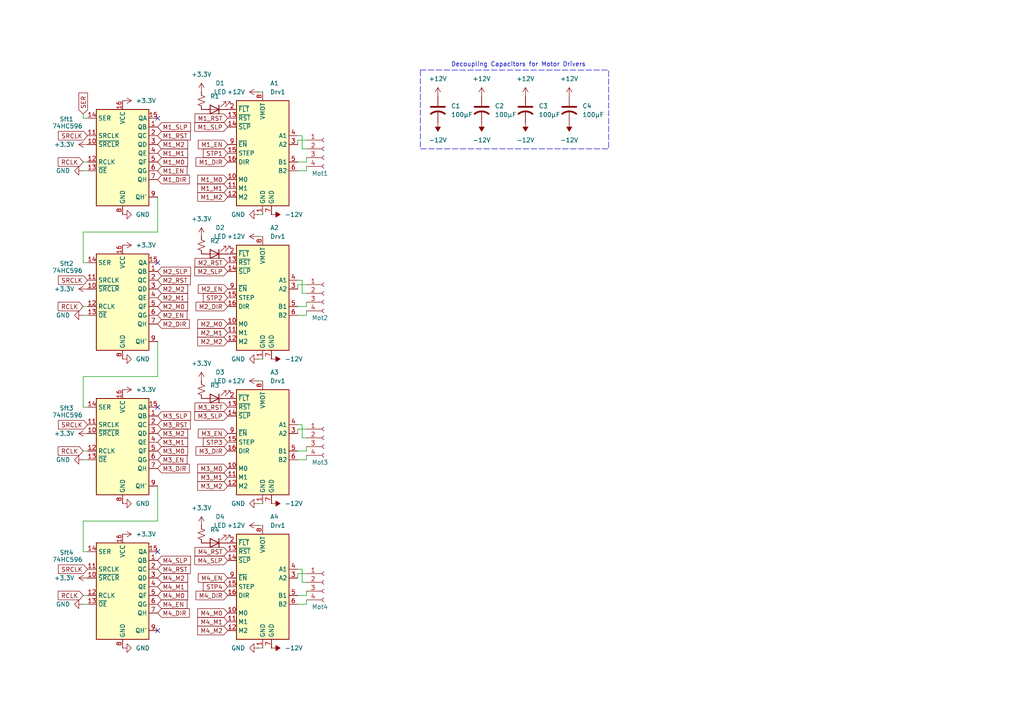
<source format=kicad_sch>
(kicad_sch (version 20250114) (generator "eeschema") (generator_version "9.0")
  (paper "A4")
  (lib_symbols
    (symbol "74xx:74HC596"
      (property "Reference" "U" (at -7.62 13.97 0))
      (property "Value" "74HC596" (at -7.62 -16.51 0))
      (symbol "74HC596_1_0"
        (pin input line (at -10.16 10.16 0) (length 2.54) (name "SER") (number "14"))
        (pin input line (at -10.16 5.08 0) (length 2.54) (name "SRCLK") (number "11"))
        (pin input line (at -10.16 2.54 0) (length 2.54) (name "~{SRCLR}") (number "10"))
        (pin input line (at -10.16 -2.54 0) (length 2.54) (name "RCLK") (number "12"))
        (pin input line (at -10.16 -5.08 0) (length 2.54) (name "~{OE}") (number "13"))
        (pin power_in line (at 0 15.24 270) (length 2.54) (name "VCC") (number "16"))
        (pin power_in line (at 0 -17.78 90) (length 2.54) (name "GND") (number "8"))
        (pin open_collector line (at 10.16 10.16 180) (length 2.54) (name "QA") (number "15"))
        (pin open_collector line (at 10.16 7.62 180) (length 2.54) (name "QB") (number "1"))
        (pin open_collector line (at 10.16 5.08 180) (length 2.54) (name "QC") (number "2"))
        (pin open_collector line (at 10.16 2.54 180) (length 2.54) (name "QD") (number "3"))
        (pin open_collector line (at 10.16 0 180) (length 2.54) (name "QE") (number "4"))
        (pin open_collector line (at 10.16 -2.54 180) (length 2.54) (name "QF") (number "5"))
        (pin open_collector line (at 10.16 -5.08 180) (length 2.54) (name "QG") (number "6"))
        (pin open_collector line (at 10.16 -7.62 180) (length 2.54) (name "QH") (number "7"))
        (pin output line (at 10.16 -12.7 180) (length 2.54) (name "QH'") (number "9"))
      )
      (symbol "74HC596_1_1"
        (rectangle (start -7.62 12.7) (end 7.62 -15.24) (stroke (width 0.254)) (fill (type background)))
      )
    )
    (symbol "Connector:Conn_01x04_Socket" (pin_names (offset 1.016) (hide yes))
      (property "Reference" "J" (at 0 5.08 0))
      (property "Value" "Conn_01x04_Socket" (at 0 -7.62 0))
      (symbol "Conn_01x04_Socket_1_1"
        (polyline (pts (xy -1.27 2.54) (xy -0.508 2.54)) (stroke (width 0.1524)))
        (polyline (pts (xy -1.27 0) (xy -0.508 0)) (stroke (width 0.1524)))
        (polyline (pts (xy -1.27 -2.54) (xy -0.508 -2.54)) (stroke (width 0.1524)))
        (polyline (pts (xy -1.27 -5.08) (xy -0.508 -5.08)) (stroke (width 0.1524)))
        (arc (start 0 2.032) (mid -0.5058 2.54) (end 0 3.048) (stroke (width 0.1524)))
        (arc (start 0 -0.508) (mid -0.5058 0) (end 0 0.508) (stroke (width 0.1524)))
        (arc (start 0 -3.048) (mid -0.5058 -2.54) (end 0 -2.032) (stroke (width 0.1524)))
        (arc (start 0 -5.588) (mid -0.5058 -5.08) (end 0 -4.572) (stroke (width 0.1524)))
        (pin passive line (at -5.08 2.54 0) (length 3.81) (name "Pin_1") (number "1"))
        (pin passive line (at -5.08 0 0) (length 3.81) (name "Pin_2") (number "2"))
        (pin passive line (at -5.08 -2.54 0) (length 3.81) (name "Pin_3") (number "3"))
        (pin passive line (at -5.08 -5.08 0) (length 3.81) (name "Pin_4") (number "4"))
      )
    )
    (symbol "Device:C_US" (pin_numbers (hide yes)) (pin_names (offset 0.254) (hide yes))
      (property "Reference" "C" (at 0.635 2.54 0))
      (property "Value" "C_US" (at 0.635 -2.54 0))
      (symbol "C_US_0_1"
        (polyline (pts (xy -2.032 0.762) (xy 2.032 0.762)) (stroke (width 0.508)))
        (arc (start -2.032 -1.27) (mid 0 -0.5572) (end 2.032 -1.27) (stroke (width 0.508)))
      )
      (symbol "C_US_1_1"
        (pin passive line (at 0 3.81 270) (length 2.794) (name "~") (number "1"))
        (pin passive line (at 0 -3.81 90) (length 3.302) (name "~") (number "2"))
      )
    )
    (symbol "Device:LED" (pin_numbers (hide yes)) (pin_names (offset 1.016) (hide yes))
      (property "Reference" "D" (at 0 2.54 0))
      (property "Value" "LED" (at 0 -2.54 0))
      (symbol "LED_0_1"
        (polyline (pts (xy -3.048 -0.762) (xy -4.572 -2.286) (xy -3.81 -2.286) (xy -4.572 -2.286) (xy -4.572 -1.524)))
        (polyline (pts (xy -1.778 -0.762) (xy -3.302 -2.286) (xy -2.54 -2.286) (xy -3.302 -2.286) (xy -3.302 -1.524)))
        (polyline (pts (xy -1.27 0) (xy 1.27 0)))
        (polyline (pts (xy -1.27 -1.27) (xy -1.27 1.27)) (stroke (width 0.254)))
        (polyline (pts (xy 1.27 -1.27) (xy 1.27 1.27) (xy -1.27 0) (xy 1.27 -1.27)) (stroke (width 0.254)))
      )
      (symbol "LED_1_1"
        (pin passive line (at -3.81 0 0) (length 2.54) (name "K") (number "1"))
        (pin passive line (at 3.81 0 180) (length 2.54) (name "A") (number "2"))
      )
    )
    (symbol "Device:R_Small_US" (pin_numbers (hide yes)) (pin_names (offset 0.254) (hide yes))
      (property "Reference" "R" (at 0.762 0.508 0))
      (property "Value" "R_Small_US" (at 0.762 -1.016 0))
      (symbol "R_Small_US_1_1"
        (polyline (pts (xy 0 1.524) (xy 1.016 1.143) (xy 0 0.762) (xy -1.016 0.381) (xy 0 0)))
        (polyline (pts (xy 0 0) (xy 1.016 -0.381) (xy 0 -0.762) (xy -1.016 -1.143) (xy 0 -1.524)))
        (pin passive line (at 0 2.54 270) (length 1.016) (name "~") (number "1"))
        (pin passive line (at 0 -2.54 90) (length 1.016) (name "~") (number "2"))
      )
    )
    (symbol "Driver_Motor:Pololu_Breakout_DRV8825"
      (property "Reference" "A" (at -2.54 16.51 0))
      (property "Value" "Pololu_Breakout_DRV8825" (at -2.54 13.97 0))
      (symbol "Pololu_Breakout_DRV8825_0_1"
        (rectangle (start 7.62 -17.78) (end -7.62 12.7) (stroke (width 0.254)) (fill (type background)))
      )
      (symbol "Pololu_Breakout_DRV8825_1_1"
        (pin output line (at -10.16 10.16 0) (length 2.54) (name "~{FLT}") (number "2"))
        (pin input line (at -10.16 7.62 0) (length 2.54) (name "~{RST}") (number "13"))
        (pin input line (at -10.16 5.08 0) (length 2.54) (name "~{SLP}") (number "14"))
        (pin input line (at -10.16 0 0) (length 2.54) (name "~{EN}") (number "9"))
        (pin input line (at -10.16 -2.54 0) (length 2.54) (name "STEP") (number "15"))
        (pin input line (at -10.16 -5.08 0) (length 2.54) (name "DIR") (number "16"))
        (pin input line (at -10.16 -10.16 0) (length 2.54) (name "M0") (number "10"))
        (pin input line (at -10.16 -12.7 0) (length 2.54) (name "M1") (number "11"))
        (pin input line (at -10.16 -15.24 0) (length 2.54) (name "M2") (number "12"))
        (pin power_in line (at 0 15.24 270) (length 2.54) (name "VMOT") (number "8"))
        (pin power_in line (at 0 -20.32 90) (length 2.54) (name "GND") (number "1"))
        (pin power_in line (at 2.54 -20.32 90) (length 2.54) (name "GND") (number "7"))
        (pin output line (at 10.16 2.54 180) (length 2.54) (name "A1") (number "4"))
        (pin output line (at 10.16 0 180) (length 2.54) (name "A2") (number "3"))
        (pin output line (at 10.16 -5.08 180) (length 2.54) (name "B1") (number "5"))
        (pin output line (at 10.16 -7.62 180) (length 2.54) (name "B2") (number "6"))
      )
    )
    (symbol "power:+24V" (power) (pin_numbers (hide yes)) (pin_names (offset 0) (hide yes))
      (property "Value" "+24V" (at 0 3.556 0))
      (symbol "+24V_0_1"
        (polyline (pts (xy -0.762 1.27) (xy 0 2.54)))
        (polyline (pts (xy 0 2.54) (xy 0.762 1.27)))
        (polyline (pts (xy 0 0) (xy 0 2.54)))
      )
      (symbol "+24V_1_1"
        (pin power_in line (at 0 0 90) (length 0) (name "~") (number "1"))
      )
    )
    (symbol "power:+3.3V" (power) (pin_numbers (hide yes)) (pin_names (offset 0) (hide yes))
      (property "Value" "+3.3V" (at 0 3.556 0))
      (symbol "+3.3V_0_1"
        (polyline (pts (xy -0.762 1.27) (xy 0 2.54)))
        (polyline (pts (xy 0 2.54) (xy 0.762 1.27)))
        (polyline (pts (xy 0 0) (xy 0 2.54)))
      )
      (symbol "+3.3V_1_1"
        (pin power_in line (at 0 0 90) (length 0) (name "~") (number "1"))
      )
    )
    (symbol "power:-24V" (power) (pin_numbers (hide yes)) (pin_names (offset 0) (hide yes))
      (property "Value" "-24V" (at 0 3.556 0))
      (symbol "-24V_0_0"
        (pin power_in line (at 0 0 90) (length 0) (name "~") (number "1"))
      )
      (symbol "-24V_0_1"
        (polyline (pts (xy 0 0) (xy 0 1.27) (xy 0.762 1.27) (xy 0 2.54) (xy -0.762 1.27) (xy 0 1.27)) (fill (type outline)))
      )
    )
    (symbol "power:GND" (power) (pin_numbers (hide yes)) (pin_names (offset 0) (hide yes))
      (property "Value" "GND" (at 0 -3.81 0))
      (symbol "GND_0_1"
        (polyline (pts (xy 0 0) (xy 0 -1.27) (xy 1.27 -1.27) (xy 0 -2.54) (xy -1.27 -1.27) (xy 0 -1.27)))
      )
      (symbol "GND_1_1"
        (pin power_in line (at 0 0 270) (length 0) (name "~") (number "1"))
      )
    )
  )
  (rectangle (start 121.92 20.32) (end 176.53 43.18) (stroke (width 0) (type dash)))
  (text "Decoupling Capacitors for Motor Drivers" (at 150.368 18.796 0) (effects (font (size 1.27 1.27))))
  (no_connect (at 45.72 76.2))
  (no_connect (at 45.72 118.11))
  (no_connect (at 45.72 182.88))
  (no_connect (at 45.72 160.02))
  (no_connect (at 45.72 34.29))
  (wire (pts (xy 88.9 85.09) (xy 87.63 85.09)))
  (wire (pts (xy 87.63 123.19) (xy 87.63 127)))
  (wire (pts (xy 87.63 81.28) (xy 87.63 85.09)))
  (wire (pts (xy 24.13 118.11) (xy 25.4 118.11)))
  (wire (pts (xy 86.36 49.53) (xy 88.9 49.53)))
  (wire (pts (xy 86.36 124.46) (xy 86.36 125.73)))
  (wire (pts (xy 24.13 88.9) (xy 25.4 88.9)))
  (wire (pts (xy 74.93 110.49) (xy 76.2 110.49)))
  (wire (pts (xy 24.13 175.26) (xy 25.4 175.26)))
  (wire (pts (xy 86.36 40.64) (xy 86.36 41.91)))
  (wire (pts (xy 24.13 109.22) (xy 45.72 109.22)))
  (wire (pts (xy 24.13 133.35) (xy 25.4 133.35)))
  (wire (pts (xy 24.13 91.44) (xy 25.4 91.44)))
  (wire (pts (xy 24.13 109.22) (xy 24.13 118.11)))
  (wire (pts (xy 24.13 151.13) (xy 45.72 151.13)))
  (wire (pts (xy 87.63 165.1) (xy 87.63 168.91)))
  (wire (pts (xy 86.36 91.44) (xy 88.9 91.44)))
  (wire (pts (xy 88.9 46.99) (xy 88.9 45.72)))
  (wire (pts (xy 24.13 34.29) (xy 25.4 34.29)))
  (wire (pts (xy 24.13 151.13) (xy 24.13 160.02)))
  (wire (pts (xy 86.36 133.35) (xy 88.9 133.35)))
  (wire (pts (xy 24.13 33.02) (xy 24.13 34.29)))
  (wire (pts (xy 74.93 26.67) (xy 76.2 26.67)))
  (wire (pts (xy 74.93 152.4) (xy 76.2 152.4)))
  (wire (pts (xy 88.9 168.91) (xy 87.63 168.91)))
  (wire (pts (xy 74.93 68.58) (xy 76.2 68.58)))
  (wire (pts (xy 87.63 39.37) (xy 87.63 43.18)))
  (wire (pts (xy 88.9 127) (xy 87.63 127)))
  (wire (pts (xy 88.9 133.35) (xy 88.9 132.08)))
  (wire (pts (xy 24.13 67.31) (xy 45.72 67.31)))
  (wire (pts (xy 45.72 99.06) (xy 45.72 109.22)))
  (wire (pts (xy 86.36 175.26) (xy 88.9 175.26)))
  (wire (pts (xy 86.36 40.64) (xy 88.9 40.64)))
  (wire (pts (xy 74.93 104.14) (xy 76.2 104.14)))
  (wire (pts (xy 86.36 88.9) (xy 88.9 88.9)))
  (wire (pts (xy 45.72 140.97) (xy 45.72 151.13)))
  (wire (pts (xy 86.36 166.37) (xy 88.9 166.37)))
  (wire (pts (xy 88.9 88.9) (xy 88.9 87.63)))
  (wire (pts (xy 45.72 57.15) (xy 45.72 67.31)))
  (wire (pts (xy 24.13 130.81) (xy 25.4 130.81)))
  (wire (pts (xy 24.13 67.31) (xy 24.13 76.2)))
  (wire (pts (xy 88.9 49.53) (xy 88.9 48.26)))
  (wire (pts (xy 74.93 146.05) (xy 76.2 146.05)))
  (wire (pts (xy 24.13 46.99) (xy 25.4 46.99)))
  (wire (pts (xy 24.13 160.02) (xy 25.4 160.02)))
  (wire (pts (xy 74.93 187.96) (xy 76.2 187.96)))
  (wire (pts (xy 88.9 175.26) (xy 88.9 173.99)))
  (wire (pts (xy 86.36 166.37) (xy 86.36 167.64)))
  (wire (pts (xy 86.36 172.72) (xy 88.9 172.72)))
  (wire (pts (xy 87.63 165.1) (xy 86.36 165.1)))
  (wire (pts (xy 24.13 172.72) (xy 25.4 172.72)))
  (wire (pts (xy 88.9 43.18) (xy 87.63 43.18)))
  (wire (pts (xy 86.36 82.55) (xy 86.36 83.82)))
  (wire (pts (xy 86.36 46.99) (xy 88.9 46.99)))
  (wire (pts (xy 88.9 91.44) (xy 88.9 90.17)))
  (wire (pts (xy 24.13 76.2) (xy 25.4 76.2)))
  (wire (pts (xy 74.93 62.23) (xy 76.2 62.23)))
  (wire (pts (xy 88.9 130.81) (xy 88.9 129.54)))
  (wire (pts (xy 86.36 130.81) (xy 88.9 130.81)))
  (wire (pts (xy 86.36 124.46) (xy 88.9 124.46)))
  (wire (pts (xy 87.63 39.37) (xy 86.36 39.37)))
  (wire (pts (xy 24.13 49.53) (xy 25.4 49.53)))
  (wire (pts (xy 86.36 82.55) (xy 88.9 82.55)))
  (wire (pts (xy 87.63 123.19) (xy 86.36 123.19)))
  (wire (pts (xy 88.9 172.72) (xy 88.9 171.45)))
  (wire (pts (xy 87.63 81.28) (xy 86.36 81.28)))
  (global_label "M2_EN" (shape input) (at 45.72 91.44 0) (property "Intersheetrefs" "${INTERSHEET_REFS}" (effects (hide yes))))
  (global_label "M4_DIR" (shape input) (at 45.72 177.8 0) (property "Intersheetrefs" "${INTERSHEET_REFS}" (effects (hide yes))))
  (global_label "STP1" (shape input) (at 66.04 44.45 180) (property "Intersheetrefs" "${INTERSHEET_REFS}" (effects (hide yes))))
  (global_label "M4_M2" (shape input) (at 66.04 182.88 180) (property "Intersheetrefs" "${INTERSHEET_REFS}" (effects (hide yes))))
  (global_label "SRCLK" (shape input) (at 25.4 81.28 180) (property "Intersheetrefs" "${INTERSHEET_REFS}" (effects (hide yes))))
  (global_label "M1_EN" (shape input) (at 45.72 49.53 0) (property "Intersheetrefs" "${INTERSHEET_REFS}" (effects (hide yes))))
  (global_label "RCLK" (shape input) (at 24.13 88.9 180) (property "Intersheetrefs" "${INTERSHEET_REFS}" (effects (hide yes))))
  (global_label "M2_M0" (shape input) (at 66.04 93.98 180) (property "Intersheetrefs" "${INTERSHEET_REFS}" (effects (hide yes))))
  (global_label "M3_M1" (shape input) (at 45.72 128.27 0) (property "Intersheetrefs" "${INTERSHEET_REFS}" (effects (hide yes))))
  (global_label "M2_DIR" (shape input) (at 66.04 88.9 180) (property "Intersheetrefs" "${INTERSHEET_REFS}" (effects (hide yes))))
  (global_label "M3_EN" (shape input) (at 45.72 133.35 0) (property "Intersheetrefs" "${INTERSHEET_REFS}" (effects (hide yes))))
  (global_label "M2_M2" (shape input) (at 66.04 99.06 180) (property "Intersheetrefs" "${INTERSHEET_REFS}" (effects (hide yes))))
  (global_label "M2_RST" (shape input) (at 66.04 76.2 180) (property "Intersheetrefs" "${INTERSHEET_REFS}" (effects (hide yes))))
  (global_label "M1_DIR" (shape input) (at 45.72 52.07 0) (property "Intersheetrefs" "${INTERSHEET_REFS}" (effects (hide yes))))
  (global_label "M1_SLP" (shape input) (at 66.04 36.83 180) (property "Intersheetrefs" "${INTERSHEET_REFS}" (effects (hide yes))))
  (global_label "M3_DIR" (shape input) (at 45.72 135.89 0) (property "Intersheetrefs" "${INTERSHEET_REFS}" (effects (hide yes))))
  (global_label "M3_M0" (shape input) (at 66.04 135.89 180) (property "Intersheetrefs" "${INTERSHEET_REFS}" (effects (hide yes))))
  (global_label "SRCLK" (shape input) (at 25.4 165.1 180) (property "Intersheetrefs" "${INTERSHEET_REFS}" (effects (hide yes))))
  (global_label "M4_M1" (shape input) (at 66.04 180.34 180) (property "Intersheetrefs" "${INTERSHEET_REFS}" (effects (hide yes))))
  (global_label "M4_RST" (shape input) (at 45.72 165.1 0) (property "Intersheetrefs" "${INTERSHEET_REFS}" (effects (hide yes))))
  (global_label "M2_DIR" (shape input) (at 45.72 93.98 0) (property "Intersheetrefs" "${INTERSHEET_REFS}" (effects (hide yes))))
  (global_label "M1_EN" (shape input) (at 66.04 41.91 180) (property "Intersheetrefs" "${INTERSHEET_REFS}" (effects (hide yes))))
  (global_label "M1_M1" (shape input) (at 66.04 54.61 180) (property "Intersheetrefs" "${INTERSHEET_REFS}" (effects (hide yes))))
  (global_label "M3_SLP" (shape input) (at 45.72 120.65 0) (property "Intersheetrefs" "${INTERSHEET_REFS}" (effects (hide yes))))
  (global_label "M4_EN" (shape input) (at 45.72 175.26 0) (property "Intersheetrefs" "${INTERSHEET_REFS}" (effects (hide yes))))
  (global_label "SER" (shape input) (at 24.13 33.02 90) (property "Intersheetrefs" "${INTERSHEET_REFS}" (effects (hide yes))))
  (global_label "M2_M2" (shape input) (at 45.72 83.82 0) (property "Intersheetrefs" "${INTERSHEET_REFS}" (effects (hide yes))))
  (global_label "M4_DIR" (shape input) (at 66.04 172.72 180) (property "Intersheetrefs" "${INTERSHEET_REFS}" (effects (hide yes))))
  (global_label "M2_RST" (shape input) (at 45.72 81.28 0) (property "Intersheetrefs" "${INTERSHEET_REFS}" (effects (hide yes))))
  (global_label "M1_M0" (shape input) (at 45.72 46.99 0) (property "Intersheetrefs" "${INTERSHEET_REFS}" (effects (hide yes))))
  (global_label "M4_M0" (shape input) (at 66.04 177.8 180) (property "Intersheetrefs" "${INTERSHEET_REFS}" (effects (hide yes))))
  (global_label "RCLK" (shape input) (at 24.13 172.72 180) (property "Intersheetrefs" "${INTERSHEET_REFS}" (effects (hide yes))))
  (global_label "M1_RST" (shape input) (at 66.04 34.29 180) (property "Intersheetrefs" "${INTERSHEET_REFS}" (effects (hide yes))))
  (global_label "M3_RST" (shape input) (at 45.72 123.19 0) (property "Intersheetrefs" "${INTERSHEET_REFS}" (effects (hide yes))))
  (global_label "SRCLK" (shape input) (at 25.4 123.19 180) (property "Intersheetrefs" "${INTERSHEET_REFS}" (effects (hide yes))))
  (global_label "M2_M0" (shape input) (at 45.72 88.9 0) (property "Intersheetrefs" "${INTERSHEET_REFS}" (effects (hide yes))))
  (global_label "M2_EN" (shape input) (at 66.04 83.82 180) (property "Intersheetrefs" "${INTERSHEET_REFS}" (effects (hide yes))))
  (global_label "M3_M0" (shape input) (at 45.72 130.81 0) (property "Intersheetrefs" "${INTERSHEET_REFS}" (effects (hide yes))))
  (global_label "M1_M1" (shape input) (at 45.72 44.45 0) (property "Intersheetrefs" "${INTERSHEET_REFS}" (effects (hide yes))))
  (global_label "M2_M1" (shape input) (at 66.04 96.52 180) (property "Intersheetrefs" "${INTERSHEET_REFS}" (effects (hide yes))))
  (global_label "SRCLK" (shape input) (at 25.4 39.37 180) (property "Intersheetrefs" "${INTERSHEET_REFS}" (effects (hide yes))))
  (global_label "M3_DIR" (shape input) (at 66.04 130.81 180) (property "Intersheetrefs" "${INTERSHEET_REFS}" (effects (hide yes))))
  (global_label "M3_EN" (shape input) (at 66.04 125.73 180) (property "Intersheetrefs" "${INTERSHEET_REFS}" (effects (hide yes))))
  (global_label "M4_SLP" (shape input) (at 66.04 162.56 180) (property "Intersheetrefs" "${INTERSHEET_REFS}" (effects (hide yes))))
  (global_label "STP2" (shape input) (at 66.04 86.36 180) (property "Intersheetrefs" "${INTERSHEET_REFS}" (effects (hide yes))))
  (global_label "M1_DIR" (shape input) (at 66.04 46.99 180) (property "Intersheetrefs" "${INTERSHEET_REFS}" (effects (hide yes))))
  (global_label "M1_RST" (shape input) (at 45.72 39.37 0) (property "Intersheetrefs" "${INTERSHEET_REFS}" (effects (hide yes))))
  (global_label "M1_SLP" (shape input) (at 45.72 36.83 0) (property "Intersheetrefs" "${INTERSHEET_REFS}" (effects (hide yes))))
  (global_label "M1_M2" (shape input) (at 45.72 41.91 0) (property "Intersheetrefs" "${INTERSHEET_REFS}" (effects (hide yes))))
  (global_label "STP3" (shape input) (at 66.04 128.27 180) (property "Intersheetrefs" "${INTERSHEET_REFS}" (effects (hide yes))))
  (global_label "M1_M0" (shape input) (at 66.04 52.07 180) (property "Intersheetrefs" "${INTERSHEET_REFS}" (effects (hide yes))))
  (global_label "M4_EN" (shape input) (at 66.04 167.64 180) (property "Intersheetrefs" "${INTERSHEET_REFS}" (effects (hide yes))))
  (global_label "M4_M2" (shape input) (at 45.72 167.64 0) (property "Intersheetrefs" "${INTERSHEET_REFS}" (effects (hide yes))))
  (global_label "M3_M2" (shape input) (at 66.04 140.97 180) (property "Intersheetrefs" "${INTERSHEET_REFS}" (effects (hide yes))))
  (global_label "M3_RST" (shape input) (at 66.04 118.11 180) (property "Intersheetrefs" "${INTERSHEET_REFS}" (effects (hide yes))))
  (global_label "RCLK" (shape input) (at 24.13 130.81 180) (property "Intersheetrefs" "${INTERSHEET_REFS}" (effects (hide yes))))
  (global_label "RCLK" (shape input) (at 24.13 46.99 180) (property "Intersheetrefs" "${INTERSHEET_REFS}" (effects (hide yes))))
  (global_label "M3_M2" (shape input) (at 45.72 125.73 0) (property "Intersheetrefs" "${INTERSHEET_REFS}" (effects (hide yes))))
  (global_label "M3_SLP" (shape input) (at 66.04 120.65 180) (property "Intersheetrefs" "${INTERSHEET_REFS}" (effects (hide yes))))
  (global_label "STP4" (shape input) (at 66.04 170.18 180) (property "Intersheetrefs" "${INTERSHEET_REFS}" (effects (hide yes))))
  (global_label "M2_SLP" (shape input) (at 45.72 78.74 0) (property "Intersheetrefs" "${INTERSHEET_REFS}" (effects (hide yes))))
  (global_label "M3_M1" (shape input) (at 66.04 138.43 180) (property "Intersheetrefs" "${INTERSHEET_REFS}" (effects (hide yes))))
  (global_label "M2_SLP" (shape input) (at 66.04 78.74 180) (property "Intersheetrefs" "${INTERSHEET_REFS}" (effects (hide yes))))
  (global_label "M4_M1" (shape input) (at 45.72 170.18 0) (property "Intersheetrefs" "${INTERSHEET_REFS}" (effects (hide yes))))
  (global_label "M1_M2" (shape input) (at 66.04 57.15 180) (property "Intersheetrefs" "${INTERSHEET_REFS}" (effects (hide yes))))
  (global_label "M4_M0" (shape input) (at 45.72 172.72 0) (property "Intersheetrefs" "${INTERSHEET_REFS}" (effects (hide yes))))
  (global_label "M4_SLP" (shape input) (at 45.72 162.56 0) (property "Intersheetrefs" "${INTERSHEET_REFS}" (effects (hide yes))))
  (global_label "M4_RST" (shape input) (at 66.04 160.02 180) (property "Intersheetrefs" "${INTERSHEET_REFS}" (effects (hide yes))))
  (global_label "M2_M1" (shape input) (at 45.72 86.36 0) (property "Intersheetrefs" "${INTERSHEET_REFS}" (effects (hide yes))))
  (symbol (lib_id "power:GND") (at 74.93 62.23 270) (unit 1)
    (property "Reference" "#PWR029" (effects (hide yes)))
    (property "Value" "GND" (at 71.12 62.2299 90) (effects (justify right)))
    (property "Description" "Power symbol creates a global label with name \"GND\" , ground" (effects (hide yes)))
  )
  (symbol (lib_id "power:-24V") (at 127 35.56 180) (unit 1)
    (property "Reference" "#PWR022" (effects (hide yes)))
    (property "Value" "-12V" (at 127 40.64 0))
    (property "Description" "Power symbol creates a global label with name \"-24V\"" (effects (hide yes)))
  )
  (symbol (lib_id "power:-24V") (at 139.7 35.56 180) (unit 1)
    (property "Reference" "#PWR025" (effects (hide yes)))
    (property "Value" "-12V" (at 139.7 40.64 0))
    (property "Description" "Power symbol creates a global label with name \"-24V\"" (effects (hide yes)))
  )
  (symbol (lib_id "power:-24V") (at 165.1 35.56 180) (unit 1)
    (property "Reference" "#PWR034" (effects (hide yes)))
    (property "Value" "-12V" (at 165.1 40.64 0))
    (property "Description" "Power symbol creates a global label with name \"-24V\"" (effects (hide yes)))
  )
  (symbol (lib_id "Driver_Motor:Pololu_Breakout_DRV8825") (at 76.2 125.73 0) (unit 1)
    (property "Reference" "A3" (at 78.3433 107.95 0) (effects (justify left)))
    (property "Value" "Drv1" (at 78.3433 110.49 0) (effects (justify left)))
    (property "Footprint" "Module:Pololu_Breakout-16_15.2x20.3mm" (effects (hide yes)))
    (property "Datasheet" "https://www.pololu.com/product/2982" (effects (hide yes)))
    (property "Description" "Pololu Breakout Board, Stepper Driver DRV8825" (effects (hide yes)))
  )
  (symbol (lib_id "Connector:Conn_01x04_Socket") (at 93.98 43.18 0) (unit 1)
    (property "Reference" "Mot1" (at 90.424 50.292 0) (effects (justify left)))
    (property "Value" "Conn_01x04_Socket" (effects (hide yes)))
    (property "Footprint" "Connector_JST:JST_PH_B4B-PH-K_1x04_P2.00mm_Vertical" (effects (hide yes)))
    (property "Description" "Generic connector, single row, 01x04, script generated" (effects (hide yes)))
  )
  (symbol (lib_id "power:GND") (at 35.56 187.96 90) (unit 1)
    (property "Reference" "#PWR040" (effects (hide yes)))
    (property "Value" "GND" (at 39.37 187.9599 90) (effects (justify right)))
    (property "Description" "Power symbol creates a global label with name \"GND\" , ground" (effects (hide yes)))
  )
  (symbol (lib_id "power:GND") (at 24.13 133.35 270) (unit 1)
    (property "Reference" "#PWR013" (effects (hide yes)))
    (property "Value" "GND" (at 20.32 133.3499 90) (effects (justify right)))
    (property "Description" "Power symbol creates a global label with name \"GND\" , ground" (effects (hide yes)))
  )
  (symbol (lib_id "Device:LED") (at 62.23 115.57 180) (unit 1)
    (property "Reference" "D3" (at 63.8175 107.95 0))
    (property "Value" "LED" (at 63.8175 110.49 0))
    (property "Footprint" "LED_THT:LED_D3.0mm" (effects (hide yes)))
    (property "Description" "Light emitting diode" (effects (hide yes)))
    (property "Sim.Pins" "1=K 2=A" (effects (hide yes)))
  )
  (symbol (lib_id "power:GND") (at 24.13 91.44 270) (unit 1)
    (property "Reference" "#PWR03" (effects (hide yes)))
    (property "Value" "GND" (at 20.32 91.4399 90) (effects (justify right)))
    (property "Description" "Power symbol creates a global label with name \"GND\" , ground" (effects (hide yes)))
  )
  (symbol (lib_id "Device:C_US") (at 139.7 31.75 0) (unit 1)
    (property "Reference" "C2" (at 143.51 30.7339 0) (effects (justify left)))
    (property "Value" "100µF" (at 143.51 33.2739 0) (effects (justify left)))
    (property "Footprint" "Capacitor_THT:CP_Radial_D5.0mm_P2.50mm" (effects (hide yes)))
    (property "Description" "capacitor, US symbol" (effects (hide yes)))
  )
  (symbol (lib_id "Device:R_Small_US") (at 58.42 29.21 0) (unit 1)
    (property "Reference" "R1" (at 60.96 27.9399 0) (effects (justify left)))
    (property "Value" "65" (effects (hide yes)))
    (property "Footprint" "Resistor_THT:R_Axial_DIN0207_L6.3mm_D2.5mm_P10.16mm_Horizontal" (effects (hide yes)))
    (property "Description" "Resistor, small US symbol" (effects (hide yes)))
  )
  (symbol (lib_id "power:GND") (at 74.93 187.96 270) (unit 1)
    (property "Reference" "#PWR044" (effects (hide yes)))
    (property "Value" "GND" (at 71.12 187.9599 90) (effects (justify right)))
    (property "Description" "Power symbol creates a global label with name \"GND\" , ground" (effects (hide yes)))
  )
  (symbol (lib_id "Connector:Conn_01x04_Socket") (at 93.98 127 0) (unit 1)
    (property "Reference" "Mot3" (at 90.424 134.112 0) (effects (justify left)))
    (property "Value" "Conn_01x04_Socket" (effects (hide yes)))
    (property "Footprint" "Connector_JST:JST_PH_B4B-PH-K_1x04_P2.00mm_Vertical" (effects (hide yes)))
    (property "Description" "Generic connector, single row, 01x04, script generated" (effects (hide yes)))
  )
  (symbol (lib_id "power:-24V") (at 78.74 104.14 270) (unit 1)
    (property "Reference" "#PWR012" (effects (hide yes)))
    (property "Value" "-12V" (at 82.55 104.1399 90) (effects (justify left)))
    (property "Description" "Power symbol creates a global label with name \"-24V\"" (effects (hide yes)))
  )
  (symbol (lib_id "power:+3.3V") (at 58.42 26.67 0) (unit 1)
    (property "Reference" "#PWR035" (effects (hide yes)))
    (property "Value" "+3.3V" (at 58.42 21.59 0))
    (property "Description" "Power symbol creates a global label with name \"+3.3V\"" (effects (hide yes)))
  )
  (symbol (lib_id "power:GND") (at 35.56 104.14 90) (unit 1)
    (property "Reference" "#PWR06" (effects (hide yes)))
    (property "Value" "GND" (at 39.37 104.1399 90) (effects (justify right)))
    (property "Description" "Power symbol creates a global label with name \"GND\" , ground" (effects (hide yes)))
  )
  (symbol (lib_id "power:+3.3V") (at 25.4 167.64 90) (unit 1)
    (property "Reference" "#PWR04" (effects (hide yes)))
    (property "Value" "+3.3V" (at 21.59 167.6399 90) (effects (justify left)))
    (property "Description" "Power symbol creates a global label with name \"+3.3V\"" (effects (hide yes)))
  )
  (symbol (lib_id "power:+3.3V") (at 35.56 29.21 270) (unit 1)
    (property "Reference" "#PWR027" (effects (hide yes)))
    (property "Value" "+3.3V" (at 39.37 29.2099 90) (effects (justify left)))
    (property "Description" "Power symbol creates a global label with name \"+3.3V\"" (effects (hide yes)))
  )
  (symbol (lib_id "74xx:74HC596") (at 35.56 44.45 0) (unit 1)
    (property "Reference" "Sft1" (at 19.304 34.544 0))
    (property "Value" "74HC596" (at 19.558 36.576 0))
    (property "Footprint" "Package_DIP:DIP-16_W7.62mm" (effects (hide yes)))
    (property "Datasheet" "https://assets.nexperia.com/documents/data-sheet/74HC_HCT595.pdf" (effects (hide yes)))
    (property "Description" "8-bit serial in/out Shift Register Open Collector Outputs" (effects (hide yes)))
  )
  (symbol (lib_id "power:+24V") (at 74.93 152.4 90) (unit 1)
    (property "Reference" "#PWR043" (effects (hide yes)))
    (property "Value" "+12V" (at 71.12 152.3999 90) (effects (justify left)))
    (property "Description" "Power symbol creates a global label with name \"+24V\"" (effects (hide yes)))
  )
  (symbol (lib_id "power:+3.3V") (at 35.56 154.94 270) (unit 1)
    (property "Reference" "#PWR039" (effects (hide yes)))
    (property "Value" "+3.3V" (at 39.37 154.9399 90) (effects (justify left)))
    (property "Description" "Power symbol creates a global label with name \"+3.3V\"" (effects (hide yes)))
  )
  (symbol (lib_id "74xx:74HC596") (at 35.56 86.36 0) (unit 1)
    (property "Reference" "Sft2" (at 19.304 76.454 0))
    (property "Value" "74HC596" (at 19.558 78.486 0))
    (property "Footprint" "Package_DIP:DIP-16_W7.62mm" (effects (hide yes)))
    (property "Datasheet" "https://assets.nexperia.com/documents/data-sheet/74HC_HCT595.pdf" (effects (hide yes)))
    (property "Description" "8-bit serial in/out Shift Register Open Collector Outputs" (effects (hide yes)))
  )
  (symbol (lib_id "power:+24V") (at 74.93 26.67 90) (unit 1)
    (property "Reference" "#PWR028" (effects (hide yes)))
    (property "Value" "+12V" (at 71.12 26.6699 90) (effects (justify left)))
    (property "Description" "Power symbol creates a global label with name \"+24V\"" (effects (hide yes)))
  )
  (symbol (lib_id "power:+3.3V") (at 58.42 152.4 0) (unit 1)
    (property "Reference" "#PWR041" (effects (hide yes)))
    (property "Value" "+3.3V" (at 58.42 147.32 0))
    (property "Description" "Power symbol creates a global label with name \"+3.3V\"" (effects (hide yes)))
  )
  (symbol (lib_id "power:-24V") (at 152.4 35.56 180) (unit 1)
    (property "Reference" "#PWR032" (effects (hide yes)))
    (property "Value" "-12V" (at 152.4 40.64 0))
    (property "Description" "Power symbol creates a global label with name \"-24V\"" (effects (hide yes)))
  )
  (symbol (lib_id "power:-24V") (at 78.74 146.05 270) (unit 1)
    (property "Reference" "#PWR036" (effects (hide yes)))
    (property "Value" "-12V" (at 82.55 146.0499 90) (effects (justify left)))
    (property "Description" "Power symbol creates a global label with name \"-24V\"" (effects (hide yes)))
  )
  (symbol (lib_id "Driver_Motor:Pololu_Breakout_DRV8825") (at 76.2 83.82 0) (unit 1)
    (property "Reference" "A2" (at 78.3433 66.04 0) (effects (justify left)))
    (property "Value" "Drv1" (at 78.3433 68.58 0) (effects (justify left)))
    (property "Footprint" "Module:Pololu_Breakout-16_15.2x20.3mm" (effects (hide yes)))
    (property "Datasheet" "https://www.pololu.com/product/2982" (effects (hide yes)))
    (property "Description" "Pololu Breakout Board, Stepper Driver DRV8825" (effects (hide yes)))
  )
  (symbol (lib_id "power:+3.3V") (at 35.56 71.12 270) (unit 1)
    (property "Reference" "#PWR05" (effects (hide yes)))
    (property "Value" "+3.3V" (at 39.37 71.1199 90) (effects (justify left)))
    (property "Description" "Power symbol creates a global label with name \"+3.3V\"" (effects (hide yes)))
  )
  (symbol (lib_id "Device:LED") (at 62.23 31.75 180) (unit 1)
    (property "Reference" "D1" (at 63.8175 24.13 0))
    (property "Value" "LED" (at 63.8175 26.67 0))
    (property "Footprint" "LED_THT:LED_D3.0mm" (effects (hide yes)))
    (property "Description" "Light emitting diode" (effects (hide yes)))
    (property "Sim.Pins" "1=K 2=A" (effects (hide yes)))
  )
  (symbol (lib_id "Driver_Motor:Pololu_Breakout_DRV8825") (at 76.2 167.64 0) (unit 1)
    (property "Reference" "A4" (at 78.3433 149.86 0) (effects (justify left)))
    (property "Value" "Drv1" (at 78.3433 152.4 0) (effects (justify left)))
    (property "Footprint" "Module:Pololu_Breakout-16_15.2x20.3mm" (effects (hide yes)))
    (property "Datasheet" "https://www.pololu.com/product/2982" (effects (hide yes)))
    (property "Description" "Pololu Breakout Board, Stepper Driver DRV8825" (effects (hide yes)))
  )
  (symbol (lib_id "power:GND") (at 35.56 146.05 90) (unit 1)
    (property "Reference" "#PWR016" (effects (hide yes)))
    (property "Value" "GND" (at 39.37 146.0499 90) (effects (justify right)))
    (property "Description" "Power symbol creates a global label with name \"GND\" , ground" (effects (hide yes)))
  )
  (symbol (lib_id "power:+24V") (at 152.4 27.94 0) (unit 1)
    (property "Reference" "#PWR026" (effects (hide yes)))
    (property "Value" "+12V" (at 152.4 22.86 0))
    (property "Description" "Power symbol creates a global label with name \"+24V\"" (effects (hide yes)))
  )
  (symbol (lib_id "power:GND") (at 24.13 49.53 270) (unit 1)
    (property "Reference" "#PWR046" (effects (hide yes)))
    (property "Value" "GND" (at 20.32 49.5299 90) (effects (justify right)))
    (property "Description" "Power symbol creates a global label with name \"GND\" , ground" (effects (hide yes)))
  )
  (symbol (lib_id "power:+3.3V") (at 35.56 113.03 270) (unit 1)
    (property "Reference" "#PWR015" (effects (hide yes)))
    (property "Value" "+3.3V" (at 39.37 113.0299 90) (effects (justify left)))
    (property "Description" "Power symbol creates a global label with name \"+3.3V\"" (effects (hide yes)))
  )
  (symbol (lib_id "power:+24V") (at 165.1 27.94 0) (unit 1)
    (property "Reference" "#PWR033" (effects (hide yes)))
    (property "Value" "+12V" (at 165.1 22.86 0))
    (property "Description" "Power symbol creates a global label with name \"+24V\"" (effects (hide yes)))
  )
  (symbol (lib_id "74xx:74HC596") (at 35.56 170.18 0) (unit 1)
    (property "Reference" "Sft4" (at 19.304 160.274 0))
    (property "Value" "74HC596" (at 19.558 162.306 0))
    (property "Footprint" "Package_DIP:DIP-16_W7.62mm" (effects (hide yes)))
    (property "Datasheet" "https://assets.nexperia.com/documents/data-sheet/74HC_HCT595.pdf" (effects (hide yes)))
    (property "Description" "8-bit serial in/out Shift Register Open Collector Outputs" (effects (hide yes)))
  )
  (symbol (lib_id "power:GND") (at 35.56 62.23 90) (unit 1)
    (property "Reference" "#PWR031" (effects (hide yes)))
    (property "Value" "GND" (at 39.37 62.2299 90) (effects (justify right)))
    (property "Description" "Power symbol creates a global label with name \"GND\" , ground" (effects (hide yes)))
  )
  (symbol (lib_id "power:GND") (at 24.13 175.26 270) (unit 1)
    (property "Reference" "#PWR037" (effects (hide yes)))
    (property "Value" "GND" (at 20.32 175.2599 90) (effects (justify right)))
    (property "Description" "Power symbol creates a global label with name \"GND\" , ground" (effects (hide yes)))
  )
  (symbol (lib_id "Driver_Motor:Pololu_Breakout_DRV8825") (at 76.2 41.91 0) (unit 1)
    (property "Reference" "A1" (at 78.3433 24.13 0) (effects (justify left)))
    (property "Value" "Drv1" (at 78.3433 26.67 0) (effects (justify left)))
    (property "Footprint" "Module:Pololu_Breakout-16_15.2x20.3mm" (effects (hide yes)))
    (property "Datasheet" "https://www.pololu.com/product/2982" (effects (hide yes)))
    (property "Description" "Pololu Breakout Board, Stepper Driver DRV8825" (effects (hide yes)))
  )
  (symbol (lib_id "power:GND") (at 74.93 104.14 270) (unit 1)
    (property "Reference" "#PWR09" (effects (hide yes)))
    (property "Value" "GND" (at 71.12 104.1399 90) (effects (justify right)))
    (property "Description" "Power symbol creates a global label with name \"GND\" , ground" (effects (hide yes)))
  )
  (symbol (lib_id "power:+24V") (at 139.7 27.94 0) (unit 1)
    (property "Reference" "#PWR024" (effects (hide yes)))
    (property "Value" "+12V" (at 139.7 22.86 0))
    (property "Description" "Power symbol creates a global label with name \"+24V\"" (effects (hide yes)))
  )
  (symbol (lib_id "power:GND") (at 74.93 146.05 270) (unit 1)
    (property "Reference" "#PWR021" (effects (hide yes)))
    (property "Value" "GND" (at 71.12 146.0499 90) (effects (justify right)))
    (property "Description" "Power symbol creates a global label with name \"GND\" , ground" (effects (hide yes)))
  )
  (symbol (lib_id "power:-24V") (at 78.74 187.96 270) (unit 1)
    (property "Reference" "#PWR045" (effects (hide yes)))
    (property "Value" "-12V" (at 82.55 187.9599 90) (effects (justify left)))
    (property "Description" "Power symbol creates a global label with name \"-24V\"" (effects (hide yes)))
  )
  (symbol (lib_id "power:+3.3V") (at 58.42 110.49 0) (unit 1)
    (property "Reference" "#PWR019" (effects (hide yes)))
    (property "Value" "+3.3V" (at 58.42 105.41 0))
    (property "Description" "Power symbol creates a global label with name \"+3.3V\"" (effects (hide yes)))
  )
  (symbol (lib_id "Device:C_US") (at 152.4 31.75 0) (unit 1)
    (property "Reference" "C3" (at 156.21 30.7339 0) (effects (justify left)))
    (property "Value" "100µF" (at 156.21 33.2739 0) (effects (justify left)))
    (property "Footprint" "Capacitor_THT:CP_Radial_D5.0mm_P2.50mm" (effects (hide yes)))
    (property "Description" "capacitor, US symbol" (effects (hide yes)))
  )
  (symbol (lib_id "power:+3.3V") (at 58.42 68.58 0) (unit 1)
    (property "Reference" "#PWR07" (effects (hide yes)))
    (property "Value" "+3.3V" (at 58.42 63.5 0))
    (property "Description" "Power symbol creates a global label with name \"+3.3V\"" (effects (hide yes)))
  )
  (symbol (lib_id "power:+24V") (at 74.93 68.58 90) (unit 1)
    (property "Reference" "#PWR08" (effects (hide yes)))
    (property "Value" "+12V" (at 71.12 68.5799 90) (effects (justify left)))
    (property "Description" "Power symbol creates a global label with name \"+24V\"" (effects (hide yes)))
  )
  (symbol (lib_id "Device:R_Small_US") (at 58.42 113.03 0) (unit 1)
    (property "Reference" "R3" (at 60.96 111.7599 0) (effects (justify left)))
    (property "Value" "65" (effects (hide yes)))
    (property "Footprint" "Resistor_THT:R_Axial_DIN0207_L6.3mm_D2.5mm_P10.16mm_Horizontal" (effects (hide yes)))
    (property "Description" "Resistor, small US symbol" (effects (hide yes)))
  )
  (symbol (lib_id "power:+3.3V") (at 25.4 41.91 90) (unit 1)
    (property "Reference" "#PWR042" (effects (hide yes)))
    (property "Value" "+3.3V" (at 21.59 41.9099 90) (effects (justify left)))
    (property "Description" "Power symbol creates a global label with name \"+3.3V\"" (effects (hide yes)))
  )
  (symbol (lib_id "power:+3.3V") (at 25.4 83.82 90) (unit 1)
    (property "Reference" "#PWR038" (effects (hide yes)))
    (property "Value" "+3.3V" (at 21.59 83.8199 90) (effects (justify left)))
    (property "Description" "Power symbol creates a global label with name \"+3.3V\"" (effects (hide yes)))
  )
  (symbol (lib_id "power:-24V") (at 78.74 62.23 270) (unit 1)
    (property "Reference" "#PWR030" (effects (hide yes)))
    (property "Value" "-12V" (at 82.55 62.2299 90) (effects (justify left)))
    (property "Description" "Power symbol creates a global label with name \"-24V\"" (effects (hide yes)))
  )
  (symbol (lib_id "power:+24V") (at 127 27.94 0) (unit 1)
    (property "Reference" "#PWR023" (effects (hide yes)))
    (property "Value" "+12V" (at 127 22.86 0))
    (property "Description" "Power symbol creates a global label with name \"+24V\"" (effects (hide yes)))
  )
  (symbol (lib_id "Connector:Conn_01x04_Socket") (at 93.98 168.91 0) (unit 1)
    (property "Reference" "Mot4" (at 90.424 176.022 0) (effects (justify left)))
    (property "Value" "Conn_01x04_Socket" (effects (hide yes)))
    (property "Footprint" "Connector_JST:JST_PH_B4B-PH-K_1x04_P2.00mm_Vertical" (effects (hide yes)))
    (property "Description" "Generic connector, single row, 01x04, script generated" (effects (hide yes)))
  )
  (symbol (lib_id "Device:LED") (at 62.23 73.66 180) (unit 1)
    (property "Reference" "D2" (at 63.8175 66.04 0))
    (property "Value" "LED" (at 63.8175 68.58 0))
    (property "Footprint" "LED_THT:LED_D3.0mm" (effects (hide yes)))
    (property "Description" "Light emitting diode" (effects (hide yes)))
    (property "Sim.Pins" "1=K 2=A" (effects (hide yes)))
  )
  (symbol (lib_id "Connector:Conn_01x04_Socket") (at 93.98 85.09 0) (unit 1)
    (property "Reference" "Mot2" (at 90.424 92.202 0) (effects (justify left)))
    (property "Value" "Conn_01x04_Socket" (effects (hide yes)))
    (property "Footprint" "Connector_JST:JST_PH_B4B-PH-K_1x04_P2.00mm_Vertical" (effects (hide yes)))
    (property "Description" "Generic connector, single row, 01x04, script generated" (effects (hide yes)))
  )
  (symbol (lib_id "Device:C_US") (at 127 31.75 0) (unit 1)
    (property "Reference" "C1" (at 130.81 30.7339 0) (effects (justify left)))
    (property "Value" "100µF" (at 130.81 33.2739 0) (effects (justify left)))
    (property "Footprint" "Capacitor_THT:CP_Radial_D5.0mm_P2.50mm" (effects (hide yes)))
    (property "Description" "capacitor, US symbol" (effects (hide yes)))
  )
  (symbol (lib_id "Device:LED") (at 62.23 157.48 180) (unit 1)
    (property "Reference" "D4" (at 63.8175 149.86 0))
    (property "Value" "LED" (at 63.8175 152.4 0))
    (property "Footprint" "LED_THT:LED_D3.0mm" (effects (hide yes)))
    (property "Description" "Light emitting diode" (effects (hide yes)))
    (property "Sim.Pins" "1=K 2=A" (effects (hide yes)))
  )
  (symbol (lib_id "Device:C_US") (at 165.1 31.75 0) (unit 1)
    (property "Reference" "C4" (at 168.91 30.7339 0) (effects (justify left)))
    (property "Value" "100µF" (at 168.91 33.2739 0) (effects (justify left)))
    (property "Footprint" "Capacitor_THT:CP_Radial_D5.0mm_P2.50mm" (effects (hide yes)))
    (property "Description" "capacitor, US symbol" (effects (hide yes)))
  )
  (symbol (lib_id "Device:R_Small_US") (at 58.42 71.12 0) (unit 1)
    (property "Reference" "R2" (at 60.96 69.8499 0) (effects (justify left)))
    (property "Value" "65" (effects (hide yes)))
    (property "Footprint" "Resistor_THT:R_Axial_DIN0207_L6.3mm_D2.5mm_P10.16mm_Horizontal" (effects (hide yes)))
    (property "Description" "Resistor, small US symbol" (effects (hide yes)))
  )
  (symbol (lib_id "power:+24V") (at 74.93 110.49 90) (unit 1)
    (property "Reference" "#PWR020" (effects (hide yes)))
    (property "Value" "+12V" (at 71.12 110.4899 90) (effects (justify left)))
    (property "Description" "Power symbol creates a global label with name \"+24V\"" (effects (hide yes)))
  )
  (symbol (lib_id "power:+3.3V") (at 25.4 125.73 90) (unit 1)
    (property "Reference" "#PWR014" (effects (hide yes)))
    (property "Value" "+3.3V" (at 21.59 125.7299 90) (effects (justify left)))
    (property "Description" "Power symbol creates a global label with name \"+3.3V\"" (effects (hide yes)))
  )
  (symbol (lib_id "74xx:74HC596") (at 35.56 128.27 0) (unit 1)
    (property "Reference" "Sft3" (at 19.304 118.364 0))
    (property "Value" "74HC596" (at 19.558 120.396 0))
    (property "Footprint" "Package_DIP:DIP-16_W7.62mm" (effects (hide yes)))
    (property "Datasheet" "https://assets.nexperia.com/documents/data-sheet/74HC_HCT595.pdf" (effects (hide yes)))
    (property "Description" "8-bit serial in/out Shift Register Open Collector Outputs" (effects (hide yes)))
  )
  (symbol (lib_id "Device:R_Small_US") (at 58.42 154.94 0) (unit 1)
    (property "Reference" "R4" (at 60.96 153.6699 0) (effects (justify left)))
    (property "Value" "65" (effects (hide yes)))
    (property "Footprint" "Resistor_THT:R_Axial_DIN0207_L6.3mm_D2.5mm_P10.16mm_Horizontal" (effects (hide yes)))
    (property "Description" "Resistor, small US symbol" (effects (hide yes)))
  )
)
</source>
